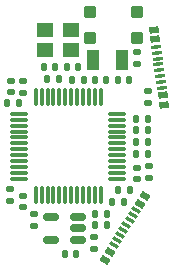
<source format=gbp>
G04 #@! TF.GenerationSoftware,KiCad,Pcbnew,(7.0.0-0)*
G04 #@! TF.CreationDate,2024-01-02T18:24:24+08:00*
G04 #@! TF.ProjectId,SWDProgrammer,53574450-726f-4677-9261-6d6d65722e6b,rev?*
G04 #@! TF.SameCoordinates,Original*
G04 #@! TF.FileFunction,Paste,Bot*
G04 #@! TF.FilePolarity,Positive*
%FSLAX46Y46*%
G04 Gerber Fmt 4.6, Leading zero omitted, Abs format (unit mm)*
G04 Created by KiCad (PCBNEW (7.0.0-0)) date 2024-01-02 18:24:24*
%MOMM*%
%LPD*%
G01*
G04 APERTURE LIST*
G04 Aperture macros list*
%AMRoundRect*
0 Rectangle with rounded corners*
0 $1 Rounding radius*
0 $2 $3 $4 $5 $6 $7 $8 $9 X,Y pos of 4 corners*
0 Add a 4 corners polygon primitive as box body*
4,1,4,$2,$3,$4,$5,$6,$7,$8,$9,$2,$3,0*
0 Add four circle primitives for the rounded corners*
1,1,$1+$1,$2,$3*
1,1,$1+$1,$4,$5*
1,1,$1+$1,$6,$7*
1,1,$1+$1,$8,$9*
0 Add four rect primitives between the rounded corners*
20,1,$1+$1,$2,$3,$4,$5,0*
20,1,$1+$1,$4,$5,$6,$7,0*
20,1,$1+$1,$6,$7,$8,$9,0*
20,1,$1+$1,$8,$9,$2,$3,0*%
%AMRotRect*
0 Rectangle, with rotation*
0 The origin of the aperture is its center*
0 $1 length*
0 $2 width*
0 $3 Rotation angle, in degrees counterclockwise*
0 Add horizontal line*
21,1,$1,$2,0,0,$3*%
G04 Aperture macros list end*
%ADD10RoundRect,0.140000X-0.170000X0.140000X-0.170000X-0.140000X0.170000X-0.140000X0.170000X0.140000X0*%
%ADD11RoundRect,0.100000X-0.400000X-0.400000X0.400000X-0.400000X0.400000X0.400000X-0.400000X0.400000X0*%
%ADD12RoundRect,0.140000X0.140000X0.170000X-0.140000X0.170000X-0.140000X-0.170000X0.140000X-0.170000X0*%
%ADD13RoundRect,0.135000X0.185000X-0.135000X0.185000X0.135000X-0.185000X0.135000X-0.185000X-0.135000X0*%
%ADD14R,1.000000X1.800000*%
%ADD15RoundRect,0.135000X0.135000X0.185000X-0.135000X0.185000X-0.135000X-0.185000X0.135000X-0.185000X0*%
%ADD16RoundRect,0.150000X0.512500X0.150000X-0.512500X0.150000X-0.512500X-0.150000X0.512500X-0.150000X0*%
%ADD17RoundRect,0.135000X-0.185000X0.135000X-0.185000X-0.135000X0.185000X-0.135000X0.185000X0.135000X0*%
%ADD18RoundRect,0.140000X0.170000X-0.140000X0.170000X0.140000X-0.170000X0.140000X-0.170000X-0.140000X0*%
%ADD19RoundRect,0.135000X-0.135000X-0.185000X0.135000X-0.185000X0.135000X0.185000X-0.135000X0.185000X0*%
%ADD20RoundRect,0.147500X-0.172500X0.147500X-0.172500X-0.147500X0.172500X-0.147500X0.172500X0.147500X0*%
%ADD21RoundRect,0.075000X-0.075000X0.662500X-0.075000X-0.662500X0.075000X-0.662500X0.075000X0.662500X0*%
%ADD22RoundRect,0.075000X-0.662500X0.075000X-0.662500X-0.075000X0.662500X-0.075000X0.662500X0.075000X0*%
%ADD23RoundRect,0.140000X-0.140000X-0.170000X0.140000X-0.170000X0.140000X0.170000X-0.140000X0.170000X0*%
%ADD24RotRect,0.540000X0.800000X58.000000*%
%ADD25RotRect,0.300000X0.800000X58.000000*%
%ADD26R,1.400000X1.200000*%
%ADD27RoundRect,0.147500X-0.147500X-0.172500X0.147500X-0.172500X0.147500X0.172500X-0.147500X0.172500X0*%
%ADD28RotRect,0.540000X0.800000X98.000000*%
%ADD29RotRect,0.300000X0.800000X98.000000*%
G04 APERTURE END LIST*
D10*
X149350000Y-65600000D03*
X149350000Y-66560000D03*
D11*
X144350000Y-54750000D03*
X148350000Y-54750000D03*
X144350000Y-52550000D03*
X148350000Y-52550000D03*
D12*
X147630000Y-58250000D03*
X146670000Y-58250000D03*
D13*
X137550000Y-68550001D03*
X137550000Y-67530001D03*
D14*
X147049999Y-56599999D03*
X144549999Y-56599999D03*
D15*
X147744721Y-67588413D03*
X146724721Y-67588413D03*
D16*
X143287500Y-69900000D03*
X143287500Y-70850000D03*
X143287500Y-71800000D03*
X141012500Y-71800000D03*
X141012500Y-69900000D03*
D17*
X144700000Y-71550000D03*
X144700000Y-72570000D03*
D12*
X143299763Y-57160534D03*
X142339763Y-57160534D03*
D18*
X138650000Y-69080000D03*
X138650000Y-68120000D03*
D19*
X144740000Y-70600000D03*
X145760000Y-70600000D03*
D12*
X143780000Y-58250000D03*
X142820000Y-58250000D03*
D20*
X137650000Y-58365000D03*
X137650000Y-59335000D03*
D18*
X139600000Y-70610000D03*
X139600000Y-69650000D03*
D12*
X145674714Y-58268919D03*
X144714714Y-58268919D03*
D21*
X139737500Y-59737500D03*
X140237500Y-59737500D03*
X140737500Y-59737500D03*
X141237500Y-59737500D03*
X141737500Y-59737500D03*
X142237500Y-59737500D03*
X142737500Y-59737500D03*
X143237500Y-59737500D03*
X143737500Y-59737500D03*
X144237500Y-59737500D03*
X144737500Y-59737500D03*
X145237500Y-59737500D03*
D22*
X146650000Y-61150000D03*
X146650000Y-61650000D03*
X146650000Y-62150000D03*
X146650000Y-62650000D03*
X146650000Y-63150000D03*
X146650000Y-63650000D03*
X146650000Y-64150000D03*
X146650000Y-64650000D03*
X146650000Y-65150000D03*
X146650000Y-65650000D03*
X146650000Y-66150000D03*
X146650000Y-66650000D03*
D21*
X145237500Y-68062500D03*
X144737500Y-68062500D03*
X144237500Y-68062500D03*
X143737500Y-68062500D03*
X143237500Y-68062500D03*
X142737500Y-68062500D03*
X142237500Y-68062500D03*
X141737500Y-68062500D03*
X141237500Y-68062500D03*
X140737500Y-68062500D03*
X140237500Y-68062500D03*
X139737500Y-68062500D03*
D22*
X138325000Y-66650000D03*
X138325000Y-66150000D03*
X138325000Y-65650000D03*
X138325000Y-65150000D03*
X138325000Y-64650000D03*
X138325000Y-64150000D03*
X138325000Y-63650000D03*
X138325000Y-63150000D03*
X138325000Y-62650000D03*
X138325000Y-62150000D03*
X138325000Y-61650000D03*
X138325000Y-61150000D03*
D19*
X148199999Y-62550000D03*
X149219999Y-62550000D03*
D23*
X137340000Y-60250000D03*
X138300000Y-60250000D03*
D24*
X145589689Y-73510425D03*
X148981172Y-68082918D03*
X146013624Y-72831987D03*
X148557236Y-68761356D03*
D25*
X147947829Y-69736611D03*
X147417910Y-70584660D03*
X147152950Y-71008684D03*
X146623031Y-71856732D03*
X146358071Y-72280756D03*
X146887991Y-71432708D03*
X147682870Y-70160635D03*
X148217028Y-69305803D03*
D10*
X148300000Y-65700000D03*
X148300000Y-66660000D03*
D26*
X140499999Y-54049999D03*
X142699999Y-54049999D03*
X142699999Y-55749999D03*
X140499999Y-55749999D03*
D23*
X142220000Y-73050000D03*
X143180000Y-73050000D03*
D27*
X148250000Y-61600000D03*
X149220000Y-61600000D03*
D23*
X140440000Y-57150000D03*
X141400000Y-57150000D03*
D17*
X138650000Y-58340000D03*
X138650000Y-59360000D03*
D13*
X148350000Y-56919999D03*
X148350000Y-55899999D03*
D19*
X144749999Y-69600000D03*
X145769999Y-69600000D03*
D28*
X150596342Y-60382177D03*
X149705634Y-54044462D03*
X150485003Y-59589963D03*
X149816972Y-54836676D03*
D29*
X149977021Y-55975484D03*
X150116194Y-56965753D03*
X150185781Y-57460887D03*
X150324954Y-58451155D03*
X150394541Y-58946289D03*
X150255367Y-57956021D03*
X150046608Y-56470619D03*
X149906321Y-55472428D03*
D15*
X149260000Y-64550000D03*
X148240000Y-64550000D03*
X149260000Y-63500000D03*
X148240000Y-63500000D03*
D19*
X146175532Y-68598922D03*
X147195532Y-68598922D03*
D15*
X141710000Y-58200000D03*
X140690000Y-58200000D03*
D13*
X149200000Y-60210000D03*
X149200000Y-59190000D03*
M02*

</source>
